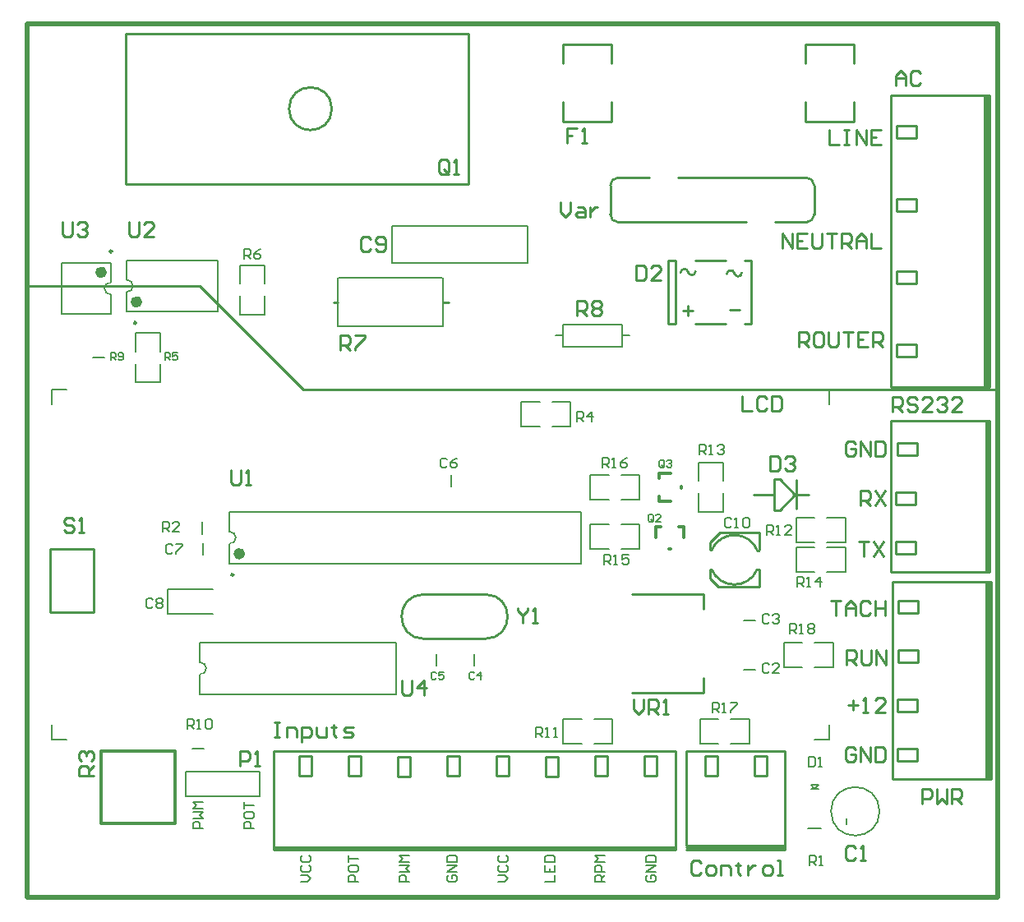
<source format=gto>
%FSLAX24Y24*%
%MOIN*%
G70*
G01*
G75*
G04 Layer_Color=65535*
%ADD10R,0.0630X0.0709*%
%ADD11R,0.1378X0.0640*%
%ADD12R,0.0709X0.0630*%
%ADD13R,0.0472X0.0551*%
%ADD14R,0.0551X0.0591*%
%ADD15R,0.0591X0.0551*%
%ADD16R,0.0551X0.0472*%
%ADD17R,0.1339X0.0394*%
%ADD18R,0.3386X0.4213*%
%ADD19R,0.0512X0.1024*%
%ADD20R,0.0591X0.0472*%
%ADD21R,0.0360X0.0360*%
%ADD22R,0.0360X0.0500*%
%ADD23R,0.0360X0.0360*%
%ADD24R,0.0500X0.0360*%
%ADD25C,0.0240*%
%ADD26C,0.1400*%
%ADD27C,0.1000*%
%ADD28C,0.0600*%
%ADD29C,0.0400*%
%ADD30C,0.0160*%
%ADD31C,0.0500*%
%ADD32C,0.0800*%
%ADD33C,0.0197*%
%ADD34C,0.1575*%
G04:AMPARAMS|DCode=35|XSize=78.7mil|YSize=118.1mil|CornerRadius=0mil|HoleSize=0mil|Usage=FLASHONLY|Rotation=90.000|XOffset=0mil|YOffset=0mil|HoleType=Round|Shape=Octagon|*
%AMOCTAGOND35*
4,1,8,-0.0591,-0.0197,-0.0591,0.0197,-0.0394,0.0394,0.0394,0.0394,0.0591,0.0197,0.0591,-0.0197,0.0394,-0.0394,-0.0394,-0.0394,-0.0591,-0.0197,0.0*
%
%ADD35OCTAGOND35*%

%ADD36O,0.0591X0.0984*%
%ADD37C,0.0984*%
%ADD38C,0.0551*%
%ADD39R,0.0591X0.0591*%
%ADD40C,0.0591*%
%ADD41C,0.1378*%
%ADD42C,0.0591*%
%ADD43R,0.0591X0.0591*%
%ADD44O,0.0620X0.1181*%
%ADD45C,0.0787*%
%ADD46C,0.0630*%
%ADD47O,0.0787X0.1181*%
%ADD48R,0.0433X0.0433*%
%ADD49C,0.0433*%
%ADD50O,0.0866X0.1260*%
%ADD51P,0.0682X8X202.5*%
%ADD52C,0.0500*%
%ADD53C,0.1969*%
%ADD54C,0.0100*%
%ADD55C,0.0079*%
%ADD56C,0.0236*%
%ADD57C,0.0098*%
%ADD58C,0.0080*%
%ADD59C,0.0120*%
%ADD60C,0.0070*%
%ADD61C,0.0050*%
D33*
X20200Y10107D02*
Y45541D01*
X59570D01*
Y10107D02*
Y45541D01*
X20200Y10107D02*
X59570D01*
D54*
X32569Y42107D02*
G03*
X32569Y42107I-866J0D01*
G01*
X49838Y24172D02*
G03*
X47980Y24216I-938J-365D01*
G01*
X47978Y23419D02*
G03*
X49819Y23414I922J388D01*
G01*
X38800Y20607D02*
G03*
X38800Y22407I0J900D01*
G01*
X36300D02*
G03*
X36300Y20607I0J-900D01*
G01*
X43866Y37817D02*
G03*
X44181Y37502I315J0D01*
G01*
X44181Y39313D02*
G03*
X43866Y38998I0J-315D01*
G01*
X51819Y37502D02*
G03*
X52134Y37817I0J315D01*
G01*
Y38998D02*
G03*
X51819Y39313I-315J0D01*
G01*
X47022Y35457D02*
G03*
X46722Y35457I-150J0D01*
G01*
X47022Y35507D02*
G03*
X47322Y35507I150J0D01*
G01*
X48900Y35407D02*
G03*
X48600Y35407I-150J0D01*
G01*
X48900Y35457D02*
G03*
X49200Y35457I150J0D01*
G01*
X38100Y39056D02*
Y45159D01*
X24222Y39056D02*
X38100D01*
X24222Y45159D02*
X38100D01*
X24222Y39056D02*
Y45159D01*
X20200Y34907D02*
X27200D01*
X31400Y30707D01*
X59570D01*
X32650Y34257D02*
X32824D01*
X37076D02*
X37300D01*
X49690Y26437D02*
X50520D01*
X51340D02*
X51910D01*
X50520Y25827D02*
Y27077D01*
Y25827D02*
X50730D01*
X51360Y26457D01*
X51380D01*
X50520Y27077D02*
X50740D01*
X51360Y26457D01*
X51380D01*
X51400Y25877D02*
Y27067D01*
X47900Y23407D02*
X47912Y23419D01*
X47978D01*
X49894Y23414D02*
X49900Y23407D01*
X49819Y23414D02*
X49894D01*
X49865Y24172D02*
X49900Y24207D01*
X49838Y24172D02*
X49865D01*
X47900Y24207D02*
X47972D01*
X49900Y22707D02*
Y23407D01*
X48250Y22707D02*
X49900D01*
X47900Y23057D02*
X48250Y22707D01*
X47900Y23057D02*
Y23407D01*
X49900Y24207D02*
Y24907D01*
X48300D02*
X49900D01*
X47900Y24507D02*
X48300Y24907D01*
X47900Y24207D02*
Y24507D01*
X50950Y12057D02*
Y16057D01*
X46950Y12157D02*
X50950D01*
X46950Y12057D02*
X50950D01*
X46950Y16057D02*
X50950D01*
X46950Y12207D02*
X50950D01*
X47700Y15057D02*
X48200D01*
X47700D02*
Y15857D01*
X48200D01*
Y15057D02*
Y15857D01*
X49700Y15057D02*
X50200D01*
X49700D02*
Y15857D01*
X50200D01*
Y15057D02*
Y15857D01*
X46950Y12207D02*
Y16057D01*
X35250Y15007D02*
X35750D01*
X35250D02*
Y15807D01*
X35750D01*
Y15007D02*
Y15807D01*
X30210Y12057D02*
Y16057D01*
X33750Y15057D02*
Y15857D01*
X33250D02*
X33750D01*
X33250Y15057D02*
Y15857D01*
Y15057D02*
X33750D01*
X31750D02*
Y15857D01*
X31250D02*
X31750D01*
X31250Y15057D02*
Y15857D01*
Y15057D02*
X31750D01*
X30210Y16057D02*
X46500D01*
X30210Y12057D02*
X46500D01*
Y16057D01*
X30230Y12157D02*
X46500D01*
X37250Y15057D02*
X37750D01*
X37250D02*
Y15857D01*
X37750D01*
Y15057D02*
Y15857D01*
X39250Y15057D02*
X39750D01*
X39250D02*
Y15857D01*
X39750D01*
Y15057D02*
Y15857D01*
X41750Y15007D02*
Y15807D01*
X41250D02*
X41750D01*
X41250Y15007D02*
Y15807D01*
Y15007D02*
X41750D01*
X43250Y15057D02*
X43750D01*
X43250D02*
Y15857D01*
X43750D01*
Y15057D02*
Y15857D01*
X45250Y15057D02*
X45750D01*
X45250D02*
Y15857D01*
X45750D01*
Y15057D02*
Y15857D01*
X36300Y22407D02*
X38800D01*
X36300Y20607D02*
X38800D01*
X44750Y18407D02*
X47650D01*
Y19007D01*
Y21807D02*
Y22407D01*
X44750D02*
X47650D01*
X44181Y37502D02*
X49378D01*
X43866Y37817D02*
Y38998D01*
X46622Y39313D02*
X51819D01*
X52134Y37817D02*
Y38998D01*
X44181Y39313D02*
X45441D01*
X50559Y37502D02*
X51819D01*
X46227Y33378D02*
Y35937D01*
X49573Y33378D02*
Y35937D01*
X46522Y33378D02*
Y35937D01*
X49300Y33378D02*
X49573D01*
X47300D02*
X48550D01*
X46227D02*
X46500D01*
X46227Y35937D02*
X46500D01*
X47300D02*
X48530D01*
X49300D02*
X49573D01*
X22922Y21698D02*
Y24257D01*
X21150Y21698D02*
X22922D01*
X21150D02*
Y24257D01*
X22922D01*
X56300Y28057D02*
Y28557D01*
X55500Y28057D02*
X56300D01*
X55500D02*
Y28557D01*
X56300D01*
X55250Y23307D02*
X59250D01*
X55450Y26557D02*
X56250D01*
X55450Y26057D02*
Y26557D01*
Y26057D02*
X56250D01*
Y26557D01*
X55450Y24557D02*
X56250D01*
X55450Y24057D02*
Y24557D01*
Y24057D02*
X56250D01*
Y24557D01*
X59100Y23307D02*
Y29457D01*
X55250Y23307D02*
Y29457D01*
X59250Y23307D02*
Y29457D01*
X59150Y23307D02*
Y29457D01*
X55250D02*
X59250D01*
X41944Y41583D02*
Y42370D01*
Y43945D02*
Y44732D01*
Y41583D02*
X43913D01*
X41944Y44732D02*
X43913D01*
Y41583D02*
Y42370D01*
Y43945D02*
Y44732D01*
X51787Y43945D02*
Y44732D01*
X53756D01*
Y43945D02*
Y44732D01*
Y41583D02*
Y42370D01*
X51787Y41583D02*
X53756D01*
X51787D02*
Y42370D01*
X55466Y32557D02*
X56266D01*
X55466Y32057D02*
Y32557D01*
Y32057D02*
X56266D01*
Y32557D01*
X55466Y41416D02*
X56266D01*
X55466Y40916D02*
Y41416D01*
Y40916D02*
X56266D01*
Y41416D01*
X55466Y38463D02*
X56266D01*
X55466Y37963D02*
Y38463D01*
Y37963D02*
X56266D01*
Y38463D01*
X55466Y35510D02*
X56266D01*
X55466Y35010D02*
Y35510D01*
Y35010D02*
X56266D01*
Y35510D01*
X55250Y30827D02*
X59250D01*
X59150D02*
Y42642D01*
X55250D02*
X59250D01*
Y30837D02*
Y42642D01*
X55250Y30827D02*
Y42642D01*
X59050Y30827D02*
Y42642D01*
X56350Y21657D02*
Y22157D01*
X55550Y21657D02*
X56350D01*
X55550D02*
Y22157D01*
X56350D01*
X59100Y14907D02*
Y22907D01*
X59200Y14907D02*
Y22907D01*
X55300D02*
X59300D01*
Y14907D02*
Y22907D01*
X55300Y14907D02*
Y22907D01*
X56300Y15657D02*
Y16157D01*
X55500Y15657D02*
X56300D01*
X55500D02*
Y16157D01*
X56300D01*
Y17657D02*
Y18157D01*
X55500Y17657D02*
X56300D01*
X55500D02*
Y18157D01*
X56300D01*
X55300Y14907D02*
X59300D01*
X55550Y20157D02*
X56350D01*
X55550Y19657D02*
Y20157D01*
Y19657D02*
X56350D01*
Y20157D01*
X30260Y17210D02*
X30460D01*
X30360D01*
Y16610D01*
X30260D01*
X30460D01*
X30760D02*
Y17010D01*
X31060D01*
X31160Y16910D01*
Y16610D01*
X31360Y16410D02*
Y17010D01*
X31660D01*
X31760Y16910D01*
Y16710D01*
X31660Y16610D01*
X31360D01*
X31959Y17010D02*
Y16710D01*
X32059Y16610D01*
X32359D01*
Y17010D01*
X32659Y17110D02*
Y17010D01*
X32559D01*
X32759D01*
X32659D01*
Y16710D01*
X32759Y16610D01*
X33059D02*
X33359D01*
X33459Y16710D01*
X33359Y16810D01*
X33159D01*
X33059Y16910D01*
X33159Y17010D01*
X33459D01*
X47550Y11507D02*
X47450Y11607D01*
X47250D01*
X47150Y11507D01*
Y11107D01*
X47250Y11007D01*
X47450D01*
X47550Y11107D01*
X47850Y11007D02*
X48050D01*
X48150Y11107D01*
Y11307D01*
X48050Y11407D01*
X47850D01*
X47750Y11307D01*
Y11107D01*
X47850Y11007D01*
X48350D02*
Y11407D01*
X48650D01*
X48749Y11307D01*
Y11007D01*
X49049Y11507D02*
Y11407D01*
X48949D01*
X49149D01*
X49049D01*
Y11107D01*
X49149Y11007D01*
X49449Y11407D02*
Y11007D01*
Y11207D01*
X49549Y11307D01*
X49649Y11407D01*
X49749D01*
X50149Y11007D02*
X50349D01*
X50449Y11107D01*
Y11307D01*
X50349Y11407D01*
X50149D01*
X50049Y11307D01*
Y11107D01*
X50149Y11007D01*
X50649D02*
X50849D01*
X50749D01*
Y11607D01*
X50649D01*
X35400Y18907D02*
Y18407D01*
X35500Y18307D01*
X35700D01*
X35800Y18407D01*
Y18907D01*
X36300Y18307D02*
Y18907D01*
X36000Y18607D01*
X36400D01*
X50350Y28007D02*
Y27407D01*
X50650D01*
X50750Y27507D01*
Y27907D01*
X50650Y28007D01*
X50350D01*
X50950Y27907D02*
X51050Y28007D01*
X51250D01*
X51350Y27907D01*
Y27807D01*
X51250Y27707D01*
X51150D01*
X51250D01*
X51350Y27607D01*
Y27507D01*
X51250Y27407D01*
X51050D01*
X50950Y27507D01*
X55450Y43057D02*
Y43457D01*
X55650Y43657D01*
X55850Y43457D01*
Y43057D01*
Y43357D01*
X55450D01*
X56450Y43557D02*
X56350Y43657D01*
X56150D01*
X56050Y43557D01*
Y43157D01*
X56150Y43057D01*
X56350D01*
X56450Y43157D01*
X53800Y12107D02*
X53700Y12207D01*
X53500D01*
X53400Y12107D01*
Y11707D01*
X53500Y11607D01*
X53700D01*
X53800Y11707D01*
X54000Y11607D02*
X54200D01*
X54100D01*
Y12207D01*
X54000Y12107D01*
X34150Y36807D02*
X34050Y36907D01*
X33850D01*
X33750Y36807D01*
Y36407D01*
X33850Y36307D01*
X34050D01*
X34150Y36407D01*
X34350D02*
X34450Y36307D01*
X34650D01*
X34750Y36407D01*
Y36807D01*
X34650Y36907D01*
X34450D01*
X34350Y36807D01*
Y36707D01*
X34450Y36607D01*
X34750D01*
X44900Y35757D02*
Y35157D01*
X45200D01*
X45300Y35257D01*
Y35657D01*
X45200Y35757D01*
X44900D01*
X45900Y35157D02*
X45500D01*
X45900Y35557D01*
Y35657D01*
X45800Y35757D01*
X45600D01*
X45500Y35657D01*
X42500Y41307D02*
X42100D01*
Y41007D01*
X42300D01*
X42100D01*
Y40707D01*
X42700D02*
X42900D01*
X42800D01*
Y41307D01*
X42700Y41207D01*
X55300Y29810D02*
Y30410D01*
X55600D01*
X55700Y30310D01*
Y30110D01*
X55600Y30010D01*
X55300D01*
X55500D02*
X55700Y29810D01*
X56300Y30310D02*
X56200Y30410D01*
X56000D01*
X55900Y30310D01*
Y30210D01*
X56000Y30110D01*
X56200D01*
X56300Y30010D01*
Y29910D01*
X56200Y29810D01*
X56000D01*
X55900Y29910D01*
X56899Y29810D02*
X56500D01*
X56899Y30210D01*
Y30310D01*
X56800Y30410D01*
X56600D01*
X56500Y30310D01*
X57099D02*
X57199Y30410D01*
X57399D01*
X57499Y30310D01*
Y30210D01*
X57399Y30110D01*
X57299D01*
X57399D01*
X57499Y30010D01*
Y29910D01*
X57399Y29810D01*
X57199D01*
X57099Y29910D01*
X58099Y29810D02*
X57699D01*
X58099Y30210D01*
Y30310D01*
X57999Y30410D01*
X57799D01*
X57699Y30310D01*
X49200Y30457D02*
Y29857D01*
X49600D01*
X50200Y30357D02*
X50100Y30457D01*
X49900D01*
X49800Y30357D01*
Y29957D01*
X49900Y29857D01*
X50100D01*
X50200Y29957D01*
X50400Y30457D02*
Y29857D01*
X50700D01*
X50799Y29957D01*
Y30357D01*
X50700Y30457D01*
X50400D01*
X28850Y15457D02*
Y16057D01*
X29150D01*
X29250Y15957D01*
Y15757D01*
X29150Y15657D01*
X28850D01*
X29450Y15457D02*
X29650D01*
X29550D01*
Y16057D01*
X29450Y15957D01*
X56500Y13907D02*
Y14507D01*
X56800D01*
X56900Y14407D01*
Y14207D01*
X56800Y14107D01*
X56500D01*
X57100Y14507D02*
Y13907D01*
X57300Y14107D01*
X57500Y13907D01*
Y14507D01*
X57700Y13907D02*
Y14507D01*
X58000D01*
X58099Y14407D01*
Y14207D01*
X58000Y14107D01*
X57700D01*
X57900D02*
X58099Y13907D01*
X37300Y39557D02*
Y39957D01*
X37200Y40057D01*
X37000D01*
X36900Y39957D01*
Y39557D01*
X37000Y39457D01*
X37200D01*
X37100Y39657D02*
X37300Y39457D01*
X37200D02*
X37300Y39557D01*
X37500Y39457D02*
X37700D01*
X37600D01*
Y40057D01*
X37500Y39957D01*
X22900Y15057D02*
X22300D01*
Y15357D01*
X22400Y15457D01*
X22600D01*
X22700Y15357D01*
Y15057D01*
Y15257D02*
X22900Y15457D01*
X22400Y15657D02*
X22300Y15757D01*
Y15957D01*
X22400Y16057D01*
X22500D01*
X22600Y15957D01*
Y15857D01*
Y15957D01*
X22700Y16057D01*
X22800D01*
X22900Y15957D01*
Y15757D01*
X22800Y15657D01*
X32900Y32307D02*
Y32907D01*
X33200D01*
X33300Y32807D01*
Y32607D01*
X33200Y32507D01*
X32900D01*
X33100D02*
X33300Y32307D01*
X33500Y32907D02*
X33900D01*
Y32807D01*
X33500Y32407D01*
Y32307D01*
X42500Y33707D02*
Y34307D01*
X42800D01*
X42900Y34207D01*
Y34007D01*
X42800Y33907D01*
X42500D01*
X42700D02*
X42900Y33707D01*
X43100Y34207D02*
X43200Y34307D01*
X43400D01*
X43500Y34207D01*
Y34107D01*
X43400Y34007D01*
X43500Y33907D01*
Y33807D01*
X43400Y33707D01*
X43200D01*
X43100Y33807D01*
Y33907D01*
X43200Y34007D01*
X43100Y34107D01*
Y34207D01*
X43200Y34007D02*
X43400D01*
X22100Y25407D02*
X22000Y25507D01*
X21800D01*
X21700Y25407D01*
Y25307D01*
X21800Y25207D01*
X22000D01*
X22100Y25107D01*
Y25007D01*
X22000Y24907D01*
X21800D01*
X21700Y25007D01*
X22300Y24907D02*
X22500D01*
X22400D01*
Y25507D01*
X22300Y25407D01*
X28480Y27440D02*
Y26940D01*
X28580Y26840D01*
X28780D01*
X28880Y26940D01*
Y27440D01*
X29080Y26840D02*
X29280D01*
X29180D01*
Y27440D01*
X29080Y27340D01*
X24350Y37507D02*
Y37007D01*
X24450Y36907D01*
X24650D01*
X24750Y37007D01*
Y37507D01*
X25350Y36907D02*
X24950D01*
X25350Y37307D01*
Y37407D01*
X25250Y37507D01*
X25050D01*
X24950Y37407D01*
X21650Y37507D02*
Y37007D01*
X21750Y36907D01*
X21950D01*
X22050Y37007D01*
Y37507D01*
X22250Y37407D02*
X22350Y37507D01*
X22550D01*
X22650Y37407D01*
Y37307D01*
X22550Y37207D01*
X22450D01*
X22550D01*
X22650Y37107D01*
Y37007D01*
X22550Y36907D01*
X22350D01*
X22250Y37007D01*
X41850Y38307D02*
Y37907D01*
X42050Y37707D01*
X42250Y37907D01*
Y38307D01*
X42550Y38107D02*
X42750D01*
X42850Y38007D01*
Y37707D01*
X42550D01*
X42450Y37807D01*
X42550Y37907D01*
X42850D01*
X43050Y38107D02*
Y37707D01*
Y37907D01*
X43150Y38007D01*
X43250Y38107D01*
X43350D01*
X44800Y18157D02*
Y17757D01*
X45000Y17557D01*
X45200Y17757D01*
Y18157D01*
X45400Y17557D02*
Y18157D01*
X45700D01*
X45800Y18057D01*
Y17857D01*
X45700Y17757D01*
X45400D01*
X45600D02*
X45800Y17557D01*
X46000D02*
X46200D01*
X46100D01*
Y18157D01*
X46000Y18057D01*
X40100Y21857D02*
Y21757D01*
X40300Y21557D01*
X40500Y21757D01*
Y21857D01*
X40300Y21557D02*
Y21257D01*
X40700D02*
X40900D01*
X40800D01*
Y21857D01*
X40700Y21757D01*
X53800Y28507D02*
X53700Y28607D01*
X53500D01*
X53400Y28507D01*
Y28107D01*
X53500Y28007D01*
X53700D01*
X53800Y28107D01*
Y28307D01*
X53600D01*
X54000Y28007D02*
Y28607D01*
X54400Y28007D01*
Y28607D01*
X54600D02*
Y28007D01*
X54900D01*
X54999Y28107D01*
Y28507D01*
X54900Y28607D01*
X54600D01*
X54000Y26007D02*
Y26607D01*
X54300D01*
X54400Y26507D01*
Y26307D01*
X54300Y26207D01*
X54000D01*
X54200D02*
X54400Y26007D01*
X54600Y26607D02*
X55000Y26007D01*
Y26607D02*
X54600Y26007D01*
X53950Y24557D02*
X54350D01*
X54150D01*
Y23957D01*
X54550Y24557D02*
X54950Y23957D01*
Y24557D02*
X54550Y23957D01*
X53800Y16107D02*
X53700Y16207D01*
X53500D01*
X53400Y16107D01*
Y15707D01*
X53500Y15607D01*
X53700D01*
X53800Y15707D01*
Y15907D01*
X53600D01*
X54000Y15607D02*
Y16207D01*
X54400Y15607D01*
Y16207D01*
X54600D02*
Y15607D01*
X54900D01*
X54999Y15707D01*
Y16107D01*
X54900Y16207D01*
X54600D01*
X53500Y17907D02*
X53900D01*
X53700Y18107D02*
Y17707D01*
X54100Y17607D02*
X54300D01*
X54200D01*
Y18207D01*
X54100Y18107D01*
X55000Y17607D02*
X54600D01*
X55000Y18007D01*
Y18107D01*
X54900Y18207D01*
X54700D01*
X54600Y18107D01*
X51500Y32457D02*
Y33057D01*
X51800D01*
X51900Y32957D01*
Y32757D01*
X51800Y32657D01*
X51500D01*
X51700D02*
X51900Y32457D01*
X52400Y33057D02*
X52200D01*
X52100Y32957D01*
Y32557D01*
X52200Y32457D01*
X52400D01*
X52500Y32557D01*
Y32957D01*
X52400Y33057D01*
X52700D02*
Y32557D01*
X52800Y32457D01*
X53000D01*
X53099Y32557D01*
Y33057D01*
X53299D02*
X53699D01*
X53499D01*
Y32457D01*
X54299Y33057D02*
X53899D01*
Y32457D01*
X54299D01*
X53899Y32757D02*
X54099D01*
X54499Y32457D02*
Y33057D01*
X54799D01*
X54899Y32957D01*
Y32757D01*
X54799Y32657D01*
X54499D01*
X54699D02*
X54899Y32457D01*
X50850Y36457D02*
Y37057D01*
X51250Y36457D01*
Y37057D01*
X51850D02*
X51450D01*
Y36457D01*
X51850D01*
X51450Y36757D02*
X51650D01*
X52050Y37057D02*
Y36557D01*
X52150Y36457D01*
X52350D01*
X52449Y36557D01*
Y37057D01*
X52649D02*
X53049D01*
X52849D01*
Y36457D01*
X53249D02*
Y37057D01*
X53549D01*
X53649Y36957D01*
Y36757D01*
X53549Y36657D01*
X53249D01*
X53449D02*
X53649Y36457D01*
X53849D02*
Y36857D01*
X54049Y37057D01*
X54249Y36857D01*
Y36457D01*
Y36757D01*
X53849D01*
X54449Y37057D02*
Y36457D01*
X54849D01*
X52750Y41257D02*
Y40657D01*
X53150D01*
X53350Y41257D02*
X53550D01*
X53450D01*
Y40657D01*
X53350D01*
X53550D01*
X53850D02*
Y41257D01*
X54250Y40657D01*
Y41257D01*
X54849D02*
X54449D01*
Y40657D01*
X54849D01*
X54449Y40957D02*
X54649D01*
X47000Y34107D02*
Y33708D01*
X47200Y33908D02*
X46800D01*
X48700Y33957D02*
X49100D01*
X52800Y22157D02*
X53200D01*
X53000D01*
Y21557D01*
X53400D02*
Y21957D01*
X53600Y22157D01*
X53800Y21957D01*
Y21557D01*
Y21857D01*
X53400D01*
X54399Y22057D02*
X54300Y22157D01*
X54100D01*
X54000Y22057D01*
Y21657D01*
X54100Y21557D01*
X54300D01*
X54399Y21657D01*
X54599Y22157D02*
Y21557D01*
Y21857D01*
X54999D01*
Y22157D01*
Y21557D01*
X53450Y19557D02*
Y20157D01*
X53750D01*
X53850Y20057D01*
Y19857D01*
X53750Y19757D01*
X53450D01*
X53650D02*
X53850Y19557D01*
X54050Y20157D02*
Y19657D01*
X54150Y19557D01*
X54350D01*
X54450Y19657D01*
Y20157D01*
X54650Y19557D02*
Y20157D01*
X55049Y19557D01*
Y20157D01*
D55*
X27224Y19157D02*
G03*
X27224Y19657I0J250D01*
G01*
X23604Y35070D02*
G03*
X23604Y34570I0J-250D01*
G01*
X24250Y34670D02*
G03*
X24250Y35170I0J250D01*
G01*
X28424Y24457D02*
G03*
X28424Y24957I0J250D01*
G01*
X32850Y33273D02*
X37050D01*
X37076D02*
Y35242D01*
X32850D02*
X37050D01*
X32824Y33273D02*
Y35242D01*
X51400Y24507D02*
Y25507D01*
X52650D02*
X53400D01*
Y24507D02*
Y25507D01*
X51400D02*
X52150D01*
X51400Y24507D02*
X52150D01*
X52650D02*
X53400D01*
Y23307D02*
Y24307D01*
X51400Y23307D02*
X52150D01*
X51400D02*
Y24307D01*
X52650Y23307D02*
X53400D01*
X52650Y24307D02*
X53400D01*
X51400D02*
X52150D01*
X45050Y26257D02*
Y27257D01*
X43050Y26257D02*
X43800D01*
X43050D02*
Y27257D01*
X44300Y26257D02*
X45050D01*
X44300Y27257D02*
X45050D01*
X43050D02*
X43800D01*
X27224Y18364D02*
Y19157D01*
Y19657D02*
Y20451D01*
X35176Y18364D02*
Y20451D01*
X27224Y18364D02*
X35176D01*
X27224Y20451D02*
X35176D01*
X41950Y16357D02*
Y17357D01*
X43200D02*
X43950D01*
Y16357D02*
Y17357D01*
X41950D02*
X42700D01*
X41950Y16357D02*
X42700D01*
X43200D02*
X43950D01*
X47450Y25757D02*
X48450D01*
X47450Y27007D02*
Y27757D01*
X48450D01*
X47450Y25757D02*
Y26507D01*
X48450Y25757D02*
Y26507D01*
Y27007D02*
Y27757D01*
X38350Y19521D02*
Y19994D01*
X36800Y19521D02*
Y19994D01*
X21596Y33777D02*
Y35864D01*
X23604Y33777D02*
Y34570D01*
Y35070D02*
Y35864D01*
X21596Y33777D02*
X23604D01*
X21596Y35864D02*
X23604D01*
X24250Y33877D02*
X27950D01*
X24250Y35964D02*
X27950D01*
X24250Y33877D02*
Y34670D01*
Y35170D02*
Y35964D01*
X27950Y33877D02*
Y35964D01*
X41500Y29207D02*
X42250D01*
X40250D02*
X41000D01*
X40250Y30207D02*
X41000D01*
X42250Y29207D02*
Y30207D01*
X41500D02*
X42250D01*
X40250Y29207D02*
Y30207D01*
X25900Y21607D02*
X27750D01*
X25900D02*
Y22607D01*
X27750D01*
X37400Y26771D02*
Y27244D01*
X27350Y24021D02*
Y24494D01*
X27300Y24852D02*
Y25363D01*
X51894Y12907D02*
X52406D01*
X49264Y21357D02*
X49736D01*
X49264Y19357D02*
X49736D01*
X26914Y16157D02*
X27386D01*
X42676Y23664D02*
Y25751D01*
X28424Y24957D02*
Y25751D01*
Y23664D02*
Y24457D01*
Y25751D02*
X42676D01*
X28424Y23664D02*
X42676D01*
X35000Y35857D02*
Y37357D01*
X40500D01*
Y35857D02*
Y37357D01*
X35000Y35857D02*
X40500D01*
X22864Y32007D02*
X23336D01*
X41950Y32447D02*
Y33357D01*
X44350D01*
Y32447D02*
Y33357D01*
X41950Y32447D02*
X44350D01*
X41640Y32907D02*
X41950D01*
X44350D02*
X44640D01*
X25600Y32257D02*
Y33007D01*
Y31007D02*
Y31757D01*
X24600Y31007D02*
Y31757D01*
Y33007D02*
X25600D01*
X24600Y32257D02*
Y33007D01*
Y31007D02*
X25600D01*
X28850Y33757D02*
Y34507D01*
Y35007D02*
Y35757D01*
X29850Y35007D02*
Y35757D01*
X28850Y33757D02*
X29850D01*
Y34507D01*
X28850Y35757D02*
X29850D01*
X45050Y24257D02*
Y25257D01*
X43050Y24257D02*
X43800D01*
X43050D02*
Y25257D01*
X44300Y24257D02*
X45050D01*
X44300Y25257D02*
X45050D01*
X43050D02*
X43800D01*
X47500Y16357D02*
Y17357D01*
X48750D02*
X49500D01*
Y16357D02*
Y17357D01*
X47500D02*
X48250D01*
X47500Y16357D02*
X48250D01*
X48750D02*
X49500D01*
X50900Y20457D02*
X51650D01*
X52150D02*
X52900D01*
X52150Y19457D02*
X52900D01*
X50900D02*
Y20457D01*
Y19457D02*
X51650D01*
X52900D02*
Y20457D01*
D56*
X23328Y35470D02*
G03*
X23328Y35470I-118J0D01*
G01*
X24761Y34271D02*
G03*
X24761Y34271I-118J0D01*
G01*
X28936Y24058D02*
G03*
X28936Y24058I-118J0D01*
G01*
D57*
X23661Y36320D02*
G03*
X23661Y36320I-49J0D01*
G01*
X24637Y33420D02*
G03*
X24637Y33420I-49J0D01*
G01*
X28587Y23207D02*
G03*
X28587Y23207I-49J0D01*
G01*
D58*
X54784Y13607D02*
G03*
X54784Y13607I-984J0D01*
G01*
X52130Y30707D02*
X52730D01*
Y30107D02*
Y30707D01*
Y16507D02*
Y17107D01*
X52130Y16507D02*
X52730D01*
X21200Y30107D02*
Y30707D01*
X21800D01*
X21200Y16507D02*
X21800D01*
X21200D02*
Y17107D01*
X52000Y14517D02*
X52300D01*
X52000Y14687D02*
X52120Y14557D01*
X52180D02*
X52300Y14687D01*
X52000Y14697D02*
X52300D01*
X53429Y13070D02*
Y13334D01*
X26650Y14207D02*
Y15207D01*
X29650D01*
X26650Y14207D02*
X29650D01*
Y15207D01*
D59*
X23200Y13107D02*
Y16057D01*
Y13107D02*
X26200D01*
Y16057D01*
X23200D02*
X26200D01*
X45700Y25157D02*
X45900D01*
X46250Y24257D02*
X46300D01*
X46650Y25157D02*
X46850D01*
X45700Y24707D02*
Y25157D01*
X46850Y24707D02*
Y25157D01*
X45850Y26182D02*
Y26382D01*
X46750Y26732D02*
Y26782D01*
X45850Y27132D02*
Y27332D01*
Y26182D02*
X46300D01*
X45850Y27332D02*
X46300D01*
D60*
X48000Y17607D02*
Y18007D01*
X48200D01*
X48267Y17941D01*
Y17807D01*
X48200Y17741D01*
X48000D01*
X48133D02*
X48267Y17607D01*
X48400D02*
X48533D01*
X48467D01*
Y18007D01*
X48400Y17941D01*
X48733Y18007D02*
X49000D01*
Y17941D01*
X48733Y17674D01*
Y17607D01*
X43550Y27557D02*
Y27957D01*
X43750D01*
X43817Y27891D01*
Y27757D01*
X43750Y27691D01*
X43550D01*
X43683D02*
X43817Y27557D01*
X43950D02*
X44083D01*
X44017D01*
Y27957D01*
X43950Y27891D01*
X44550Y27957D02*
X44416Y27891D01*
X44283Y27757D01*
Y27624D01*
X44350Y27557D01*
X44483D01*
X44550Y27624D01*
Y27691D01*
X44483Y27757D01*
X44283D01*
X43600Y23607D02*
Y24007D01*
X43800D01*
X43867Y23941D01*
Y23807D01*
X43800Y23741D01*
X43600D01*
X43733D02*
X43867Y23607D01*
X44000D02*
X44133D01*
X44067D01*
Y24007D01*
X44000Y23941D01*
X44600Y24007D02*
X44333D01*
Y23807D01*
X44466Y23874D01*
X44533D01*
X44600Y23807D01*
Y23674D01*
X44533Y23607D01*
X44400D01*
X44333Y23674D01*
X51450Y22707D02*
Y23107D01*
X51650D01*
X51717Y23041D01*
Y22907D01*
X51650Y22841D01*
X51450D01*
X51583D02*
X51717Y22707D01*
X51850D02*
X51983D01*
X51917D01*
Y23107D01*
X51850Y23041D01*
X52383Y22707D02*
Y23107D01*
X52183Y22907D01*
X52450D01*
X47480Y28070D02*
Y28470D01*
X47680D01*
X47747Y28403D01*
Y28270D01*
X47680Y28203D01*
X47480D01*
X47613D02*
X47747Y28070D01*
X47880D02*
X48013D01*
X47947D01*
Y28470D01*
X47880Y28403D01*
X48213D02*
X48280Y28470D01*
X48413D01*
X48480Y28403D01*
Y28337D01*
X48413Y28270D01*
X48346D01*
X48413D01*
X48480Y28203D01*
Y28137D01*
X48413Y28070D01*
X48280D01*
X48213Y28137D01*
X50200Y24807D02*
Y25207D01*
X50400D01*
X50467Y25141D01*
Y25007D01*
X50400Y24941D01*
X50200D01*
X50333D02*
X50467Y24807D01*
X50600D02*
X50733D01*
X50667D01*
Y25207D01*
X50600Y25141D01*
X51200Y24807D02*
X50933D01*
X51200Y25074D01*
Y25141D01*
X51133Y25207D01*
X51000D01*
X50933Y25141D01*
X48767Y25441D02*
X48700Y25507D01*
X48567D01*
X48500Y25441D01*
Y25174D01*
X48567Y25107D01*
X48700D01*
X48767Y25174D01*
X48900Y25107D02*
X49033D01*
X48967D01*
Y25507D01*
X48900Y25441D01*
X49233D02*
X49300Y25507D01*
X49433D01*
X49500Y25441D01*
Y25174D01*
X49433Y25107D01*
X49300D01*
X49233Y25174D01*
Y25441D01*
X40850Y16607D02*
Y17007D01*
X41050D01*
X41117Y16941D01*
Y16807D01*
X41050Y16741D01*
X40850D01*
X40983D02*
X41117Y16607D01*
X41250D02*
X41383D01*
X41317D01*
Y17007D01*
X41250Y16941D01*
X41583Y16607D02*
X41716D01*
X41650D01*
Y17007D01*
X41583Y16941D01*
X50317Y19541D02*
X50250Y19607D01*
X50117D01*
X50050Y19541D01*
Y19274D01*
X50117Y19207D01*
X50250D01*
X50317Y19274D01*
X50716Y19207D02*
X50450D01*
X50716Y19474D01*
Y19541D01*
X50650Y19607D01*
X50517D01*
X50450Y19541D01*
X50317Y21541D02*
X50250Y21607D01*
X50117D01*
X50050Y21541D01*
Y21274D01*
X50117Y21207D01*
X50250D01*
X50317Y21274D01*
X50450Y21541D02*
X50517Y21607D01*
X50650D01*
X50716Y21541D01*
Y21474D01*
X50650Y21407D01*
X50583D01*
X50650D01*
X50716Y21341D01*
Y21274D01*
X50650Y21207D01*
X50517D01*
X50450Y21274D01*
X37243Y27868D02*
X37176Y27934D01*
X37043D01*
X36976Y27868D01*
Y27601D01*
X37043Y27535D01*
X37176D01*
X37243Y27601D01*
X37643Y27934D02*
X37510Y27868D01*
X37376Y27735D01*
Y27601D01*
X37443Y27535D01*
X37576D01*
X37643Y27601D01*
Y27668D01*
X37576Y27735D01*
X37376D01*
X26117Y24391D02*
X26050Y24457D01*
X25917D01*
X25850Y24391D01*
Y24124D01*
X25917Y24057D01*
X26050D01*
X26117Y24124D01*
X26250Y24457D02*
X26516D01*
Y24391D01*
X26250Y24124D01*
Y24057D01*
X25317Y22191D02*
X25250Y22257D01*
X25117D01*
X25050Y22191D01*
Y21924D01*
X25117Y21857D01*
X25250D01*
X25317Y21924D01*
X25450Y22191D02*
X25517Y22257D01*
X25650D01*
X25716Y22191D01*
Y22124D01*
X25650Y22057D01*
X25716Y21991D01*
Y21924D01*
X25650Y21857D01*
X25517D01*
X25450Y21924D01*
Y21991D01*
X25517Y22057D01*
X25450Y22124D01*
Y22191D01*
X25517Y22057D02*
X25650D01*
X51900Y15807D02*
Y15407D01*
X52100D01*
X52167Y15474D01*
Y15741D01*
X52100Y15807D01*
X51900D01*
X52300Y15407D02*
X52433D01*
X52367D01*
Y15807D01*
X52300Y15741D01*
X51950Y11407D02*
Y11807D01*
X52150D01*
X52217Y11741D01*
Y11607D01*
X52150Y11541D01*
X51950D01*
X52083D02*
X52217Y11407D01*
X52350D02*
X52483D01*
X52417D01*
Y11807D01*
X52350Y11741D01*
X25700Y24938D02*
Y25338D01*
X25900D01*
X25967Y25271D01*
Y25138D01*
X25900Y25071D01*
X25700D01*
X25833D02*
X25967Y24938D01*
X26366D02*
X26100D01*
X26366Y25205D01*
Y25271D01*
X26300Y25338D01*
X26167D01*
X26100Y25271D01*
X42500Y29407D02*
Y29807D01*
X42700D01*
X42767Y29741D01*
Y29607D01*
X42700Y29541D01*
X42500D01*
X42633D02*
X42767Y29407D01*
X43100D02*
Y29807D01*
X42900Y29607D01*
X43166D01*
X29000Y36007D02*
Y36407D01*
X29200D01*
X29267Y36341D01*
Y36207D01*
X29200Y36141D01*
X29000D01*
X29133D02*
X29267Y36007D01*
X29666Y36407D02*
X29533Y36341D01*
X29400Y36207D01*
Y36074D01*
X29467Y36007D01*
X29600D01*
X29666Y36074D01*
Y36141D01*
X29600Y36207D01*
X29400D01*
X26700Y16957D02*
Y17357D01*
X26900D01*
X26967Y17291D01*
Y17157D01*
X26900Y17091D01*
X26700D01*
X26833D02*
X26967Y16957D01*
X27100D02*
X27233D01*
X27167D01*
Y17357D01*
X27100Y17291D01*
X27433D02*
X27500Y17357D01*
X27633D01*
X27700Y17291D01*
Y17024D01*
X27633Y16957D01*
X27500D01*
X27433Y17024D01*
Y17291D01*
X51150Y20807D02*
Y21207D01*
X51350D01*
X51417Y21141D01*
Y21007D01*
X51350Y20941D01*
X51150D01*
X51283D02*
X51417Y20807D01*
X51550D02*
X51683D01*
X51617D01*
Y21207D01*
X51550Y21141D01*
X51883D02*
X51950Y21207D01*
X52083D01*
X52150Y21141D01*
Y21074D01*
X52083Y21007D01*
X52150Y20941D01*
Y20874D01*
X52083Y20807D01*
X51950D01*
X51883Y20874D01*
Y20941D01*
X51950Y21007D01*
X51883Y21074D01*
Y21141D01*
X51950Y21007D02*
X52083D01*
X43650Y10757D02*
X43250D01*
Y10957D01*
X43317Y11024D01*
X43450D01*
X43517Y10957D01*
Y10757D01*
Y10891D02*
X43650Y11024D01*
Y11157D02*
X43250D01*
Y11357D01*
X43317Y11424D01*
X43450D01*
X43517Y11357D01*
Y11157D01*
X43650Y11557D02*
X43250D01*
X43383Y11691D01*
X43250Y11824D01*
X43650D01*
X41200Y10757D02*
X41600D01*
Y11024D01*
X41200Y11424D02*
Y11157D01*
X41600D01*
Y11424D01*
X41400Y11157D02*
Y11291D01*
X41200Y11557D02*
X41600D01*
Y11757D01*
X41533Y11824D01*
X41267D01*
X41200Y11757D01*
Y11557D01*
X39300Y10757D02*
X39567D01*
X39700Y10891D01*
X39567Y11024D01*
X39300D01*
X39367Y11424D02*
X39300Y11357D01*
Y11224D01*
X39367Y11157D01*
X39633D01*
X39700Y11224D01*
Y11357D01*
X39633Y11424D01*
X39367Y11824D02*
X39300Y11757D01*
Y11624D01*
X39367Y11557D01*
X39633D01*
X39700Y11624D01*
Y11757D01*
X39633Y11824D01*
X45367Y11024D02*
X45300Y10957D01*
Y10824D01*
X45367Y10757D01*
X45633D01*
X45700Y10824D01*
Y10957D01*
X45633Y11024D01*
X45500D01*
Y10891D01*
X45700Y11157D02*
X45300D01*
X45700Y11424D01*
X45300D01*
Y11557D02*
X45700D01*
Y11757D01*
X45633Y11824D01*
X45367D01*
X45300Y11757D01*
Y11557D01*
X29400Y12907D02*
X29000D01*
Y13107D01*
X29067Y13174D01*
X29200D01*
X29267Y13107D01*
Y12907D01*
X29000Y13507D02*
Y13374D01*
X29067Y13307D01*
X29333D01*
X29400Y13374D01*
Y13507D01*
X29333Y13574D01*
X29067D01*
X29000Y13507D01*
Y13707D02*
Y13974D01*
Y13841D01*
X29400D01*
X27350Y12907D02*
X26950D01*
Y13107D01*
X27017Y13174D01*
X27150D01*
X27217Y13107D01*
Y12907D01*
X26950Y13307D02*
X27350D01*
X27217Y13441D01*
X27350Y13574D01*
X26950D01*
X27350Y13707D02*
X26950D01*
X27083Y13841D01*
X26950Y13974D01*
X27350D01*
X31300Y10757D02*
X31567D01*
X31700Y10891D01*
X31567Y11024D01*
X31300D01*
X31367Y11424D02*
X31300Y11357D01*
Y11224D01*
X31367Y11157D01*
X31633D01*
X31700Y11224D01*
Y11357D01*
X31633Y11424D01*
X31367Y11824D02*
X31300Y11757D01*
Y11624D01*
X31367Y11557D01*
X31633D01*
X31700Y11624D01*
Y11757D01*
X31633Y11824D01*
X33650Y10757D02*
X33250D01*
Y10957D01*
X33317Y11024D01*
X33450D01*
X33517Y10957D01*
Y10757D01*
X33250Y11357D02*
Y11224D01*
X33317Y11157D01*
X33583D01*
X33650Y11224D01*
Y11357D01*
X33583Y11424D01*
X33317D01*
X33250Y11357D01*
Y11557D02*
Y11824D01*
Y11691D01*
X33650D01*
X35700Y10757D02*
X35300D01*
Y10957D01*
X35367Y11024D01*
X35500D01*
X35567Y10957D01*
Y10757D01*
X35300Y11157D02*
X35700D01*
X35567Y11291D01*
X35700Y11424D01*
X35300D01*
X35700Y11557D02*
X35300D01*
X35433Y11691D01*
X35300Y11824D01*
X35700D01*
X37317Y11024D02*
X37250Y10957D01*
Y10824D01*
X37317Y10757D01*
X37583D01*
X37650Y10824D01*
Y10957D01*
X37583Y11024D01*
X37450D01*
Y10891D01*
X37650Y11157D02*
X37250D01*
X37650Y11424D01*
X37250D01*
Y11557D02*
X37650D01*
Y11757D01*
X37583Y11824D01*
X37317D01*
X37250Y11757D01*
Y11557D01*
D61*
X46050Y27607D02*
Y27807D01*
X46000Y27857D01*
X45900D01*
X45850Y27807D01*
Y27607D01*
X45900Y27557D01*
X46000D01*
X45950Y27657D02*
X46050Y27557D01*
X46000D02*
X46050Y27607D01*
X46150Y27807D02*
X46200Y27857D01*
X46300D01*
X46350Y27807D01*
Y27757D01*
X46300Y27707D01*
X46250D01*
X46300D01*
X46350Y27657D01*
Y27607D01*
X46300Y27557D01*
X46200D01*
X46150Y27607D01*
X45600Y25407D02*
Y25607D01*
X45550Y25657D01*
X45450D01*
X45400Y25607D01*
Y25407D01*
X45450Y25357D01*
X45550D01*
X45500Y25457D02*
X45600Y25357D01*
X45550D02*
X45600Y25407D01*
X45900Y25357D02*
X45700D01*
X45900Y25557D01*
Y25607D01*
X45850Y25657D01*
X45750D01*
X45700Y25607D01*
X38350Y19207D02*
X38300Y19257D01*
X38200D01*
X38150Y19207D01*
Y19007D01*
X38200Y18957D01*
X38300D01*
X38350Y19007D01*
X38600Y18957D02*
Y19257D01*
X38450Y19107D01*
X38650D01*
X36800Y19207D02*
X36750Y19257D01*
X36650D01*
X36600Y19207D01*
Y19007D01*
X36650Y18957D01*
X36750D01*
X36800Y19007D01*
X37100Y19257D02*
X36900D01*
Y19107D01*
X37000Y19157D01*
X37050D01*
X37100Y19107D01*
Y19007D01*
X37050Y18957D01*
X36950D01*
X36900Y19007D01*
X25800Y31907D02*
Y32207D01*
X25950D01*
X26000Y32157D01*
Y32057D01*
X25950Y32007D01*
X25800D01*
X25900D02*
X26000Y31907D01*
X26300Y32207D02*
X26100D01*
Y32057D01*
X26200Y32107D01*
X26250D01*
X26300Y32057D01*
Y31957D01*
X26250Y31907D01*
X26150D01*
X26100Y31957D01*
X23600Y31907D02*
Y32207D01*
X23750D01*
X23800Y32157D01*
Y32057D01*
X23750Y32007D01*
X23600D01*
X23700D02*
X23800Y31907D01*
X23900Y31957D02*
X23950Y31907D01*
X24050D01*
X24100Y31957D01*
Y32157D01*
X24050Y32207D01*
X23950D01*
X23900Y32157D01*
Y32107D01*
X23950Y32057D01*
X24100D01*
M02*

</source>
